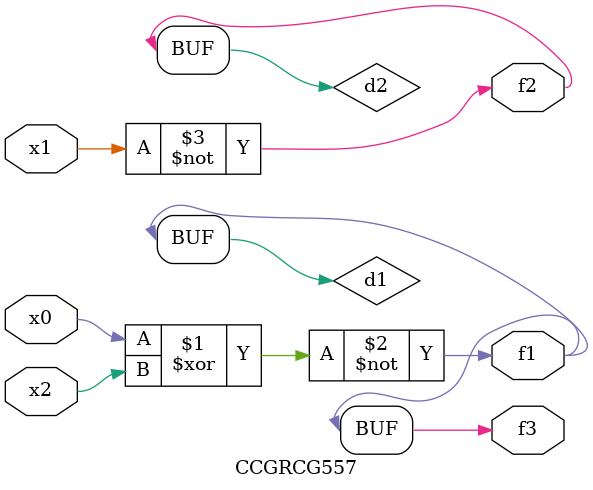
<source format=v>
module CCGRCG557(
	input x0, x1, x2,
	output f1, f2, f3
);

	wire d1, d2, d3;

	xnor (d1, x0, x2);
	nand (d2, x1);
	nor (d3, x1, x2);
	assign f1 = d1;
	assign f2 = d2;
	assign f3 = d1;
endmodule

</source>
